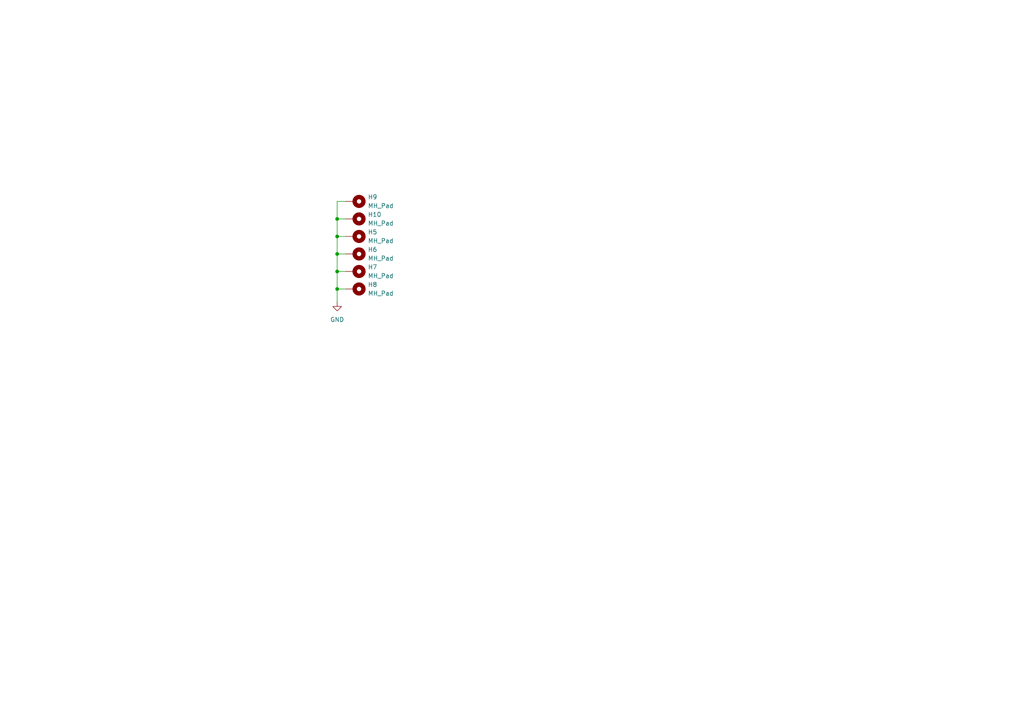
<source format=kicad_sch>
(kicad_sch (version 20250114) (generator "eeschema") (generator_version "9.0")
  (paper "A4")
  (lib_symbols
    (symbol "Mechanical:MountingHole_Pad" (pin_numbers (hide yes)) (pin_names (offset 1.016) (hide yes))
      (property "Reference" "H" (at 0 6.35 0))
      (property "Value" "MountingHole_Pad" (at 0 4.445 0))
      (symbol "MountingHole_Pad_0_1"
        (circle (center 0 1.27) (radius 1.27) (stroke (width 1.27)))
      )
      (symbol "MountingHole_Pad_1_1"
        (pin input line (at 0 -2.54 90) (length 2.54) (name "1") (number "1"))
      )
    )
    (symbol "power:GND" (power) (pin_numbers (hide yes)) (pin_names (offset 0) (hide yes))
      (property "Value" "GND" (at 0 -3.81 0))
      (symbol "GND_0_1"
        (polyline (pts (xy 0 0) (xy 0 -1.27) (xy 1.27 -1.27) (xy 0 -2.54) (xy -1.27 -1.27) (xy 0 -1.27)))
      )
      (symbol "GND_1_1"
        (pin power_in line (at 0 0 270) (length 0) (name "~") (number "1"))
      )
    )
  )
  (junction (at 97.79 73.66))
  (junction (at 97.79 83.82))
  (junction (at 97.79 63.5))
  (junction (at 97.79 78.74))
  (junction (at 97.79 68.58))
  (wire (pts (xy 97.79 83.82) (xy 97.79 87.63)))
  (wire (pts (xy 97.79 58.42) (xy 97.79 63.5)))
  (wire (pts (xy 97.79 63.5) (xy 97.79 68.58)))
  (wire (pts (xy 97.79 83.82) (xy 100.33 83.82)))
  (wire (pts (xy 97.79 68.58) (xy 100.33 68.58)))
  (wire (pts (xy 97.79 63.5) (xy 100.33 63.5)))
  (wire (pts (xy 97.79 73.66) (xy 97.79 78.74)))
  (wire (pts (xy 97.79 58.42) (xy 100.33 58.42)))
  (wire (pts (xy 97.79 78.74) (xy 100.33 78.74)))
  (wire (pts (xy 97.79 68.58) (xy 97.79 73.66)))
  (wire (pts (xy 97.79 73.66) (xy 100.33 73.66)))
  (wire (pts (xy 97.79 78.74) (xy 97.79 83.82)))
  (symbol (lib_id "Mechanical:MountingHole_Pad") (at 102.87 63.5 270) (unit 1)
    (property "Reference" "H10" (at 106.68 62.2299 90) (effects (justify left)))
    (property "Value" "MH_Pad" (at 106.68 64.7699 90) (effects (justify left)))
    (property "Footprint" "MountingHole:MountingHole_2.2mm_M2_Pad_Via" (effects (hide yes)))
  )
  (symbol (lib_id "Mechanical:MountingHole_Pad") (at 102.87 68.58 270) (unit 1)
    (property "Reference" "H5" (at 106.68 67.3099 90) (effects (justify left)))
    (property "Value" "MH_Pad" (at 106.68 69.8499 90) (effects (justify left)))
    (property "Footprint" "MountingHole:MountingHole_2.2mm_M2_Pad_Via" (effects (hide yes)))
  )
  (symbol (lib_id "Mechanical:MountingHole_Pad") (at 102.87 78.74 270) (unit 1)
    (property "Reference" "H7" (at 106.68 77.4699 90) (effects (justify left)))
    (property "Value" "MH_Pad" (at 106.68 80.0099 90) (effects (justify left)))
    (property "Footprint" "MountingHole:MountingHole_2.2mm_M2_Pad_Via" (effects (hide yes)))
  )
  (symbol (lib_id "power:GND") (at 97.79 87.63 0) (unit 1)
    (property "Reference" "#PWR0109" (effects (hide yes)))
    (property "Value" "GND" (at 97.79 92.71 0))
    (property "Description" "Power symbol creates a global label with name \"GND\" , ground" (effects (hide yes)))
  )
  (symbol (lib_id "Mechanical:MountingHole_Pad") (at 102.87 58.42 270) (unit 1)
    (property "Reference" "H9" (at 106.68 57.1499 90) (effects (justify left)))
    (property "Value" "MH_Pad" (at 106.68 59.6899 90) (effects (justify left)))
    (property "Footprint" "MountingHole:MountingHole_2.2mm_M2_Pad_Via" (effects (hide yes)))
  )
  (symbol (lib_id "Mechanical:MountingHole_Pad") (at 102.87 83.82 270) (unit 1)
    (property "Reference" "H8" (at 106.68 82.5499 90) (effects (justify left)))
    (property "Value" "MH_Pad" (at 106.68 85.0899 90) (effects (justify left)))
    (property "Footprint" "MountingHole:MountingHole_2.2mm_M2_Pad_Via" (effects (hide yes)))
  )
  (symbol (lib_id "Mechanical:MountingHole_Pad") (at 102.87 73.66 270) (unit 1)
    (property "Reference" "H6" (at 106.68 72.3899 90) (effects (justify left)))
    (property "Value" "MH_Pad" (at 106.68 74.9299 90) (effects (justify left)))
    (property "Footprint" "MountingHole:MountingHole_2.2mm_M2_Pad_Via" (effects (hide yes)))
  )
)
</source>
